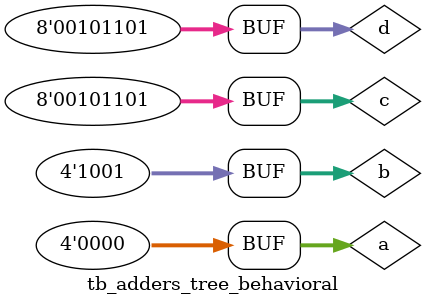
<source format=v>

`timescale 1us/1ns
module tb_adders_tree_behavioral();
	
   reg [3:0] a, b;
   reg [7:0] c, d;
   wire [4:0] sum1;
   wire [8:0] sum2;
   wire [9:0] sum3;
	
    // Instantiate the DUT
    adders_tree_behavioral ADD(
       .a(a),
       .b(b),
       .c(c),
       .d(d),
       .sum1(sum1),
       .sum2(sum2),
       .sum3(sum3)      
    );
  
    // Create stimulus
    initial begin
      $dumpfile("dump.vcd");
      $dumpvars(0,logical);
      $monitor(" a = %d, b = %d, c = %d, d = %d, sum1 = %d, sum2 = %d, sum3 = %d",
                 a ,b ,c, d, sum1, sum2, sum3);
       #1; a = 4'd0  ; b = 4'd3  ; c = 8'd1 ; d = 8'd255 ;
       #1; a = 4'd10 ; b = 4'd13 ; c = 8'd9 ; d = 8'd10 ;
       #1; a = 4'd15 ; b = 4'd15 ; c = 8'd109 ; d = 8'd37 ;
       #1; a = 4'd0  ; b = 4'd9  ; c = 8'd45 ; d = 8'd45 ;
       #1;
    end
  
endmodule
</source>
